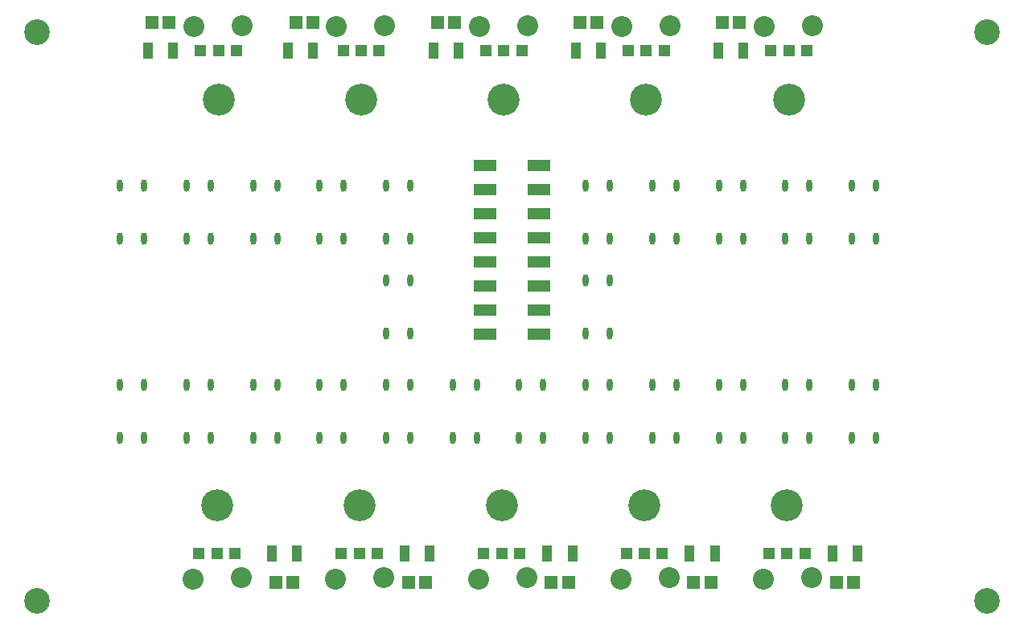
<source format=gts>
G04*
G04 #@! TF.GenerationSoftware,Altium Limited,Altium Designer,21.1.1 (26)*
G04*
G04 Layer_Color=8388736*
%FSLAX25Y25*%
%MOIN*%
G70*
G04*
G04 #@! TF.SameCoordinates,58CD008A-62D3-454E-892D-416297C2E113*
G04*
G04*
G04 #@! TF.FilePolarity,Negative*
G04*
G01*
G75*
%ADD14R,0.05500X0.05800*%
%ADD15O,0.02362X0.05118*%
%ADD17R,0.04343X0.06902*%
%ADD18R,0.09540X0.04816*%
%ADD19R,0.04737X0.04737*%
%ADD20C,0.10642*%
%ADD21C,0.08674*%
%ADD22C,0.13202*%
D14*
X475987Y145669D02*
D03*
X468894D02*
D03*
X416932D02*
D03*
X409839D02*
D03*
X357877D02*
D03*
X350784D02*
D03*
X298822D02*
D03*
X291729D02*
D03*
X243704D02*
D03*
X236611D02*
D03*
X428743Y377953D02*
D03*
X421651D02*
D03*
X369688D02*
D03*
X362595D02*
D03*
X310633D02*
D03*
X303540D02*
D03*
X251969D02*
D03*
X244876D02*
D03*
X192523D02*
D03*
X185430D02*
D03*
D15*
X182165Y310236D02*
D03*
X172165D02*
D03*
Y288189D02*
D03*
X182165D02*
D03*
X430197D02*
D03*
X420197D02*
D03*
Y310236D02*
D03*
X430197D02*
D03*
X457756Y288189D02*
D03*
X447756D02*
D03*
Y310236D02*
D03*
X457756D02*
D03*
X485315Y288189D02*
D03*
X475315D02*
D03*
Y310236D02*
D03*
X485315D02*
D03*
X402638Y205512D02*
D03*
X392638D02*
D03*
Y227559D02*
D03*
X402638D02*
D03*
X319961Y205512D02*
D03*
X309961D02*
D03*
Y227559D02*
D03*
X319961D02*
D03*
X375079Y248819D02*
D03*
X365079D02*
D03*
Y270866D02*
D03*
X375079D02*
D03*
Y288189D02*
D03*
X365079D02*
D03*
Y310236D02*
D03*
X375079D02*
D03*
X402638Y288189D02*
D03*
X392638D02*
D03*
Y310236D02*
D03*
X402638D02*
D03*
X475315Y227559D02*
D03*
X485315D02*
D03*
Y205512D02*
D03*
X475315D02*
D03*
X447756Y227559D02*
D03*
X457756D02*
D03*
Y205512D02*
D03*
X447756D02*
D03*
X420197Y227559D02*
D03*
X430197D02*
D03*
Y205512D02*
D03*
X420197D02*
D03*
X199724Y227559D02*
D03*
X209724D02*
D03*
Y205512D02*
D03*
X199724D02*
D03*
X172165Y227559D02*
D03*
X182165Y205512D02*
D03*
Y227559D02*
D03*
X172165Y205512D02*
D03*
X264843Y288189D02*
D03*
X254842D02*
D03*
Y310236D02*
D03*
X264843D02*
D03*
X375079Y205512D02*
D03*
X365079D02*
D03*
Y227559D02*
D03*
X375079D02*
D03*
X347520Y205512D02*
D03*
X337520D02*
D03*
Y227559D02*
D03*
X347520D02*
D03*
X292402Y288189D02*
D03*
X282402D02*
D03*
Y310236D02*
D03*
X292402D02*
D03*
Y248819D02*
D03*
X282402D02*
D03*
Y270866D02*
D03*
X292402D02*
D03*
X237283Y205512D02*
D03*
X227284D02*
D03*
Y227559D02*
D03*
X237283D02*
D03*
X264843Y205512D02*
D03*
X254842D02*
D03*
Y227559D02*
D03*
X264843D02*
D03*
X292402Y205512D02*
D03*
X282402D02*
D03*
Y227559D02*
D03*
X292402D02*
D03*
X237283Y310236D02*
D03*
X227284D02*
D03*
Y288189D02*
D03*
X237283D02*
D03*
X209724Y310236D02*
D03*
X199724D02*
D03*
Y288189D02*
D03*
X209724D02*
D03*
D17*
X477658Y157480D02*
D03*
X467224D02*
D03*
X418602D02*
D03*
X408169D02*
D03*
X359547D02*
D03*
X349114D02*
D03*
X300492D02*
D03*
X290059D02*
D03*
X245374D02*
D03*
X234941D02*
D03*
X430413Y366142D02*
D03*
X419980D02*
D03*
X371358D02*
D03*
X360925D02*
D03*
X312303D02*
D03*
X301870D02*
D03*
X251969D02*
D03*
X241535D02*
D03*
X194193D02*
D03*
X183760D02*
D03*
D18*
X323524Y248465D02*
D03*
X345768D02*
D03*
X323524Y258465D02*
D03*
X345768D02*
D03*
X323524Y268465D02*
D03*
X345768D02*
D03*
X323524Y278465D02*
D03*
X345768D02*
D03*
X323524Y288465D02*
D03*
X345768D02*
D03*
X323524Y298465D02*
D03*
X345768D02*
D03*
X323524Y308465D02*
D03*
X345768D02*
D03*
X323524Y318465D02*
D03*
X345768D02*
D03*
D19*
X322835Y157480D02*
D03*
X205512Y366142D02*
D03*
X204724Y157480D02*
D03*
X212205D02*
D03*
X219685D02*
D03*
X263779D02*
D03*
X271260D02*
D03*
X278740D02*
D03*
X330315D02*
D03*
X337795D02*
D03*
X381890D02*
D03*
X389370D02*
D03*
X396850D02*
D03*
X440945D02*
D03*
X448425D02*
D03*
X455905D02*
D03*
X456693Y366142D02*
D03*
X449213D02*
D03*
X441732D02*
D03*
X397638D02*
D03*
X390158D02*
D03*
X382677D02*
D03*
X338583D02*
D03*
X331102D02*
D03*
X323622D02*
D03*
X279528D02*
D03*
X272047D02*
D03*
X264567D02*
D03*
X220472D02*
D03*
X212992D02*
D03*
D20*
X531496Y374016D02*
D03*
Y137795D02*
D03*
X137795D02*
D03*
Y374016D02*
D03*
D21*
X222441Y147480D02*
D03*
X202441Y146949D02*
D03*
X281496Y147480D02*
D03*
X261496Y146949D02*
D03*
X340551Y147480D02*
D03*
X320551Y146949D02*
D03*
X399606Y147480D02*
D03*
X379606Y146949D02*
D03*
X458661Y147480D02*
D03*
X438661Y146949D02*
D03*
X438976Y376142D02*
D03*
X458976Y376673D02*
D03*
X379921Y376142D02*
D03*
X399921Y376673D02*
D03*
X320866Y376142D02*
D03*
X340866Y376673D02*
D03*
X261811Y376142D02*
D03*
X281811Y376673D02*
D03*
X202756Y376142D02*
D03*
X222756Y376673D02*
D03*
D22*
X212205Y177559D02*
D03*
X271260D02*
D03*
X330315D02*
D03*
X389370D02*
D03*
X448425D02*
D03*
X449213Y346063D02*
D03*
X390158D02*
D03*
X331102D02*
D03*
X272047D02*
D03*
X212992D02*
D03*
M02*

</source>
